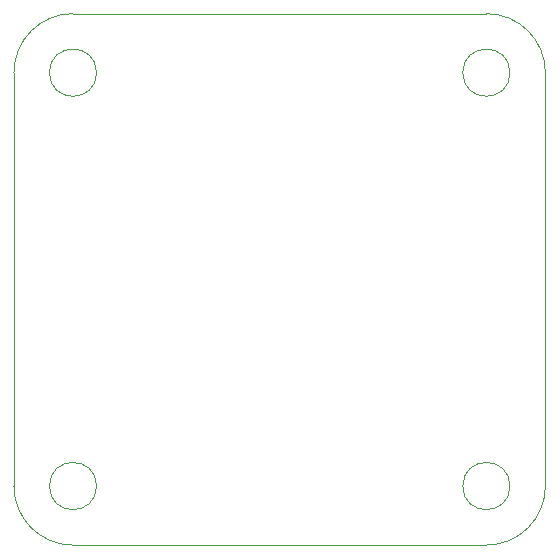
<source format=gm1>
G04 #@! TF.GenerationSoftware,KiCad,Pcbnew,(6.0.10-0)*
G04 #@! TF.CreationDate,2023-01-28T23:12:23+01:00*
G04 #@! TF.ProjectId,hitpoint-proto-v1,68697470-6f69-46e7-942d-70726f746f2d,Proto V1*
G04 #@! TF.SameCoordinates,Original*
G04 #@! TF.FileFunction,Profile,NP*
%FSLAX46Y46*%
G04 Gerber Fmt 4.6, Leading zero omitted, Abs format (unit mm)*
G04 Created by KiCad (PCBNEW (6.0.10-0)) date 2023-01-28 23:12:23*
%MOMM*%
%LPD*%
G01*
G04 APERTURE LIST*
G04 #@! TA.AperFunction,Profile*
%ADD10C,0.100000*%
G04 #@! TD*
G04 APERTURE END LIST*
D10*
X157000000Y-105000000D02*
G75*
G03*
X157000000Y-105000000I-2000000J0D01*
G01*
X157000000Y-70000000D02*
G75*
G03*
X157000000Y-70000000I-2000000J0D01*
G01*
X155000000Y-110000000D02*
X120000000Y-110000000D01*
X122000000Y-105000000D02*
G75*
G03*
X122000000Y-105000000I-2000000J0D01*
G01*
X122000000Y-70000000D02*
G75*
G03*
X122000000Y-70000000I-2000000J0D01*
G01*
X160000000Y-70000000D02*
X160000000Y-105000000D01*
X120000000Y-65000000D02*
X155000000Y-65000000D01*
X160000000Y-70000000D02*
G75*
G03*
X155000000Y-65000000I-5000000J0D01*
G01*
X120000000Y-65000000D02*
G75*
G03*
X115000000Y-70000000I0J-5000000D01*
G01*
X115000000Y-70000000D02*
X115000000Y-105000000D01*
X155000000Y-110000000D02*
G75*
G03*
X160000000Y-105000000I0J5000000D01*
G01*
X115000000Y-105000000D02*
G75*
G03*
X120000000Y-110000000I5000000J0D01*
G01*
M02*

</source>
